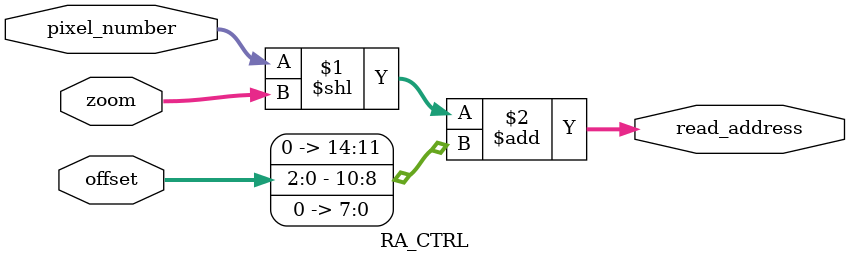
<source format=v>
module RA_CTRL (
    input wire [9:0] pixel_number, //HSYNC
    input wire [2:0] zoom, //max 5
	 input wire [2:0]offset,
    output [14:0] read_address
);
 

assign read_address = (pixel_number << zoom)+ {3'b0,offset,8'b0} ;

endmodule //RA_CTRL
</source>
